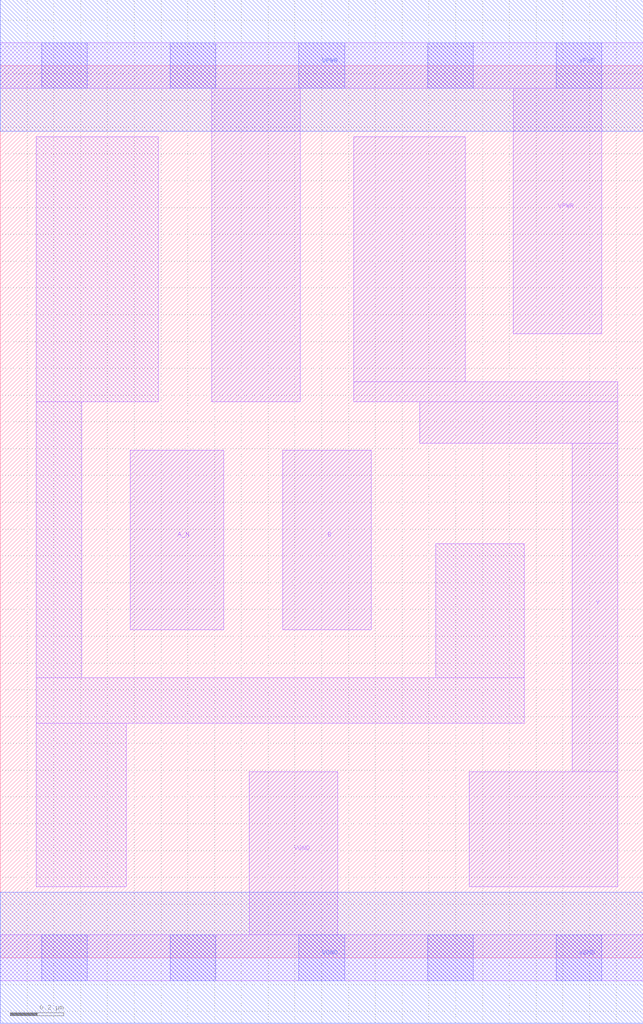
<source format=lef>
# Copyright 2020 The SkyWater PDK Authors
#
# Licensed under the Apache License, Version 2.0 (the "License");
# you may not use this file except in compliance with the License.
# You may obtain a copy of the License at
#
#     https://www.apache.org/licenses/LICENSE-2.0
#
# Unless required by applicable law or agreed to in writing, software
# distributed under the License is distributed on an "AS IS" BASIS,
# WITHOUT WARRANTIES OR CONDITIONS OF ANY KIND, either express or implied.
# See the License for the specific language governing permissions and
# limitations under the License.
#
# SPDX-License-Identifier: Apache-2.0

VERSION 5.7 ;
  NAMESCASESENSITIVE ON ;
  NOWIREEXTENSIONATPIN ON ;
  DIVIDERCHAR "/" ;
  BUSBITCHARS "[]" ;
UNITS
  DATABASE MICRONS 200 ;
END UNITS
MACRO sky130_fd_sc_lp__nand2b_lp
  CLASS CORE ;
  SOURCE USER ;
  FOREIGN sky130_fd_sc_lp__nand2b_lp ;
  ORIGIN  0.000000  0.000000 ;
  SIZE  2.400000 BY  3.330000 ;
  SYMMETRY X Y R90 ;
  SITE unit ;
  PIN A_N
    ANTENNAGATEAREA  0.376000 ;
    DIRECTION INPUT ;
    USE SIGNAL ;
    PORT
      LAYER li1 ;
        RECT 0.485000 1.225000 0.835000 1.895000 ;
    END
  END A_N
  PIN B
    ANTENNAGATEAREA  0.313000 ;
    DIRECTION INPUT ;
    USE SIGNAL ;
    PORT
      LAYER li1 ;
        RECT 1.055000 1.225000 1.385000 1.895000 ;
    END
  END B
  PIN Y
    ANTENNADIFFAREA  0.399700 ;
    DIRECTION OUTPUT ;
    USE SIGNAL ;
    PORT
      LAYER li1 ;
        RECT 1.320000 2.075000 2.305000 2.150000 ;
        RECT 1.320000 2.150000 1.735000 3.065000 ;
        RECT 1.565000 1.920000 2.305000 2.075000 ;
        RECT 1.750000 0.265000 2.305000 0.695000 ;
        RECT 2.135000 0.695000 2.305000 1.920000 ;
    END
  END Y
  PIN VGND
    DIRECTION INOUT ;
    USE GROUND ;
    PORT
      LAYER li1 ;
        RECT 0.000000 -0.085000 2.400000 0.085000 ;
        RECT 0.930000  0.085000 1.260000 0.695000 ;
      LAYER mcon ;
        RECT 0.155000 -0.085000 0.325000 0.085000 ;
        RECT 0.635000 -0.085000 0.805000 0.085000 ;
        RECT 1.115000 -0.085000 1.285000 0.085000 ;
        RECT 1.595000 -0.085000 1.765000 0.085000 ;
        RECT 2.075000 -0.085000 2.245000 0.085000 ;
      LAYER met1 ;
        RECT 0.000000 -0.245000 2.400000 0.245000 ;
    END
  END VGND
  PIN VPWR
    DIRECTION INOUT ;
    USE POWER ;
    PORT
      LAYER li1 ;
        RECT 0.000000 3.245000 2.400000 3.415000 ;
        RECT 0.790000 2.075000 1.120000 3.245000 ;
        RECT 1.915000 2.330000 2.245000 3.245000 ;
      LAYER mcon ;
        RECT 0.155000 3.245000 0.325000 3.415000 ;
        RECT 0.635000 3.245000 0.805000 3.415000 ;
        RECT 1.115000 3.245000 1.285000 3.415000 ;
        RECT 1.595000 3.245000 1.765000 3.415000 ;
        RECT 2.075000 3.245000 2.245000 3.415000 ;
      LAYER met1 ;
        RECT 0.000000 3.085000 2.400000 3.575000 ;
    END
  END VPWR
  OBS
    LAYER li1 ;
      RECT 0.135000 0.265000 0.470000 0.875000 ;
      RECT 0.135000 0.875000 1.955000 1.045000 ;
      RECT 0.135000 1.045000 0.305000 2.075000 ;
      RECT 0.135000 2.075000 0.590000 3.065000 ;
      RECT 1.625000 1.045000 1.955000 1.545000 ;
  END
END sky130_fd_sc_lp__nand2b_lp

</source>
